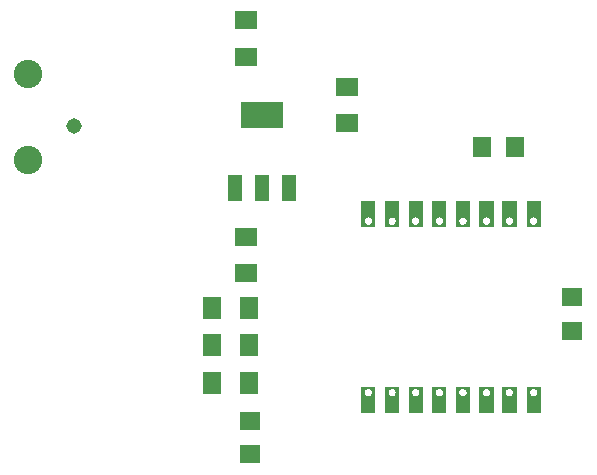
<source format=gtp>
G04 MADE WITH FRITZING*
G04 WWW.FRITZING.ORG*
G04 DOUBLE SIDED*
G04 HOLES PLATED*
G04 CONTOUR ON CENTER OF CONTOUR VECTOR*
%ASAXBY*%
%FSLAX23Y23*%
%MOIN*%
%OFA0B0*%
%SFA1.0B1.0*%
%ADD10C,0.051496*%
%ADD11C,0.094803*%
%ADD12R,0.062992X0.070866*%
%ADD13R,0.070866X0.062992*%
%ADD14R,0.062992X0.074803*%
%ADD15R,0.074803X0.062992*%
%ADD16R,0.048000X0.088000*%
%ADD17R,0.141732X0.086614*%
%ADD18R,0.001000X0.001000*%
%LNPASTEMASK1*%
G90*
G70*
G54D10*
X204Y1208D03*
G54D11*
X51Y1096D03*
X51Y1384D03*
G54D10*
X204Y1208D03*
G54D11*
X51Y1096D03*
X51Y1384D03*
G54D12*
X1564Y1140D03*
X1674Y1140D03*
G54D13*
X1864Y527D03*
X1864Y638D03*
X789Y115D03*
X789Y225D03*
G54D14*
X664Y352D03*
X786Y352D03*
G54D15*
X776Y1440D03*
X776Y1562D03*
X1114Y1340D03*
X1114Y1218D03*
X776Y840D03*
X776Y718D03*
G54D14*
X664Y602D03*
X786Y602D03*
X664Y478D03*
X786Y478D03*
G54D16*
X739Y1002D03*
X830Y1002D03*
X921Y1002D03*
G54D17*
X830Y1246D03*
G54D18*
X1161Y960D02*
X1207Y960D01*
X1240Y960D02*
X1286Y960D01*
X1319Y960D02*
X1365Y960D01*
X1398Y960D02*
X1443Y960D01*
X1476Y960D02*
X1522Y960D01*
X1555Y960D02*
X1601Y960D01*
X1632Y960D02*
X1677Y960D01*
X1713Y960D02*
X1758Y960D01*
X1161Y959D02*
X1207Y959D01*
X1240Y959D02*
X1286Y959D01*
X1319Y959D02*
X1365Y959D01*
X1397Y959D02*
X1444Y959D01*
X1476Y959D02*
X1522Y959D01*
X1555Y959D02*
X1601Y959D01*
X1631Y959D02*
X1678Y959D01*
X1712Y959D02*
X1759Y959D01*
X1161Y958D02*
X1207Y958D01*
X1240Y958D02*
X1286Y958D01*
X1319Y958D02*
X1365Y958D01*
X1397Y958D02*
X1444Y958D01*
X1476Y958D02*
X1522Y958D01*
X1555Y958D02*
X1601Y958D01*
X1631Y958D02*
X1678Y958D01*
X1712Y958D02*
X1759Y958D01*
X1161Y957D02*
X1207Y957D01*
X1240Y957D02*
X1286Y957D01*
X1319Y957D02*
X1365Y957D01*
X1397Y957D02*
X1444Y957D01*
X1476Y957D02*
X1522Y957D01*
X1555Y957D02*
X1601Y957D01*
X1631Y957D02*
X1678Y957D01*
X1712Y957D02*
X1759Y957D01*
X1161Y956D02*
X1207Y956D01*
X1240Y956D02*
X1286Y956D01*
X1319Y956D02*
X1365Y956D01*
X1397Y956D02*
X1444Y956D01*
X1476Y956D02*
X1522Y956D01*
X1555Y956D02*
X1601Y956D01*
X1631Y956D02*
X1678Y956D01*
X1712Y956D02*
X1759Y956D01*
X1161Y955D02*
X1207Y955D01*
X1240Y955D02*
X1286Y955D01*
X1319Y955D02*
X1365Y955D01*
X1397Y955D02*
X1444Y955D01*
X1476Y955D02*
X1522Y955D01*
X1555Y955D02*
X1601Y955D01*
X1631Y955D02*
X1678Y955D01*
X1712Y955D02*
X1759Y955D01*
X1161Y954D02*
X1207Y954D01*
X1240Y954D02*
X1286Y954D01*
X1319Y954D02*
X1365Y954D01*
X1397Y954D02*
X1444Y954D01*
X1476Y954D02*
X1522Y954D01*
X1555Y954D02*
X1601Y954D01*
X1631Y954D02*
X1678Y954D01*
X1712Y954D02*
X1759Y954D01*
X1161Y953D02*
X1207Y953D01*
X1240Y953D02*
X1286Y953D01*
X1319Y953D02*
X1365Y953D01*
X1397Y953D02*
X1444Y953D01*
X1476Y953D02*
X1522Y953D01*
X1555Y953D02*
X1601Y953D01*
X1631Y953D02*
X1678Y953D01*
X1712Y953D02*
X1759Y953D01*
X1161Y952D02*
X1207Y952D01*
X1240Y952D02*
X1286Y952D01*
X1319Y952D02*
X1365Y952D01*
X1397Y952D02*
X1444Y952D01*
X1476Y952D02*
X1522Y952D01*
X1555Y952D02*
X1601Y952D01*
X1631Y952D02*
X1678Y952D01*
X1712Y952D02*
X1759Y952D01*
X1161Y951D02*
X1207Y951D01*
X1240Y951D02*
X1286Y951D01*
X1319Y951D02*
X1365Y951D01*
X1397Y951D02*
X1444Y951D01*
X1476Y951D02*
X1522Y951D01*
X1555Y951D02*
X1601Y951D01*
X1631Y951D02*
X1678Y951D01*
X1712Y951D02*
X1759Y951D01*
X1161Y950D02*
X1207Y950D01*
X1240Y950D02*
X1286Y950D01*
X1319Y950D02*
X1365Y950D01*
X1397Y950D02*
X1444Y950D01*
X1476Y950D02*
X1522Y950D01*
X1555Y950D02*
X1601Y950D01*
X1631Y950D02*
X1678Y950D01*
X1712Y950D02*
X1759Y950D01*
X1161Y949D02*
X1207Y949D01*
X1240Y949D02*
X1286Y949D01*
X1319Y949D02*
X1365Y949D01*
X1397Y949D02*
X1444Y949D01*
X1476Y949D02*
X1522Y949D01*
X1555Y949D02*
X1601Y949D01*
X1631Y949D02*
X1678Y949D01*
X1712Y949D02*
X1759Y949D01*
X1161Y948D02*
X1207Y948D01*
X1240Y948D02*
X1286Y948D01*
X1319Y948D02*
X1365Y948D01*
X1397Y948D02*
X1444Y948D01*
X1476Y948D02*
X1522Y948D01*
X1555Y948D02*
X1601Y948D01*
X1631Y948D02*
X1678Y948D01*
X1712Y948D02*
X1759Y948D01*
X1161Y947D02*
X1207Y947D01*
X1240Y947D02*
X1286Y947D01*
X1319Y947D02*
X1365Y947D01*
X1397Y947D02*
X1444Y947D01*
X1476Y947D02*
X1522Y947D01*
X1555Y947D02*
X1601Y947D01*
X1631Y947D02*
X1678Y947D01*
X1712Y947D02*
X1759Y947D01*
X1161Y946D02*
X1207Y946D01*
X1240Y946D02*
X1286Y946D01*
X1319Y946D02*
X1365Y946D01*
X1397Y946D02*
X1444Y946D01*
X1476Y946D02*
X1522Y946D01*
X1555Y946D02*
X1601Y946D01*
X1631Y946D02*
X1678Y946D01*
X1712Y946D02*
X1759Y946D01*
X1161Y945D02*
X1207Y945D01*
X1240Y945D02*
X1286Y945D01*
X1319Y945D02*
X1365Y945D01*
X1397Y945D02*
X1444Y945D01*
X1476Y945D02*
X1522Y945D01*
X1555Y945D02*
X1601Y945D01*
X1631Y945D02*
X1678Y945D01*
X1712Y945D02*
X1759Y945D01*
X1161Y944D02*
X1207Y944D01*
X1240Y944D02*
X1286Y944D01*
X1319Y944D02*
X1365Y944D01*
X1397Y944D02*
X1444Y944D01*
X1476Y944D02*
X1522Y944D01*
X1555Y944D02*
X1601Y944D01*
X1631Y944D02*
X1678Y944D01*
X1712Y944D02*
X1759Y944D01*
X1161Y943D02*
X1207Y943D01*
X1240Y943D02*
X1286Y943D01*
X1319Y943D02*
X1365Y943D01*
X1397Y943D02*
X1444Y943D01*
X1476Y943D02*
X1522Y943D01*
X1555Y943D02*
X1601Y943D01*
X1631Y943D02*
X1678Y943D01*
X1712Y943D02*
X1759Y943D01*
X1161Y942D02*
X1207Y942D01*
X1240Y942D02*
X1286Y942D01*
X1319Y942D02*
X1365Y942D01*
X1397Y942D02*
X1444Y942D01*
X1476Y942D02*
X1522Y942D01*
X1555Y942D02*
X1601Y942D01*
X1631Y942D02*
X1678Y942D01*
X1712Y942D02*
X1759Y942D01*
X1161Y941D02*
X1207Y941D01*
X1240Y941D02*
X1286Y941D01*
X1319Y941D02*
X1365Y941D01*
X1397Y941D02*
X1444Y941D01*
X1476Y941D02*
X1522Y941D01*
X1555Y941D02*
X1601Y941D01*
X1631Y941D02*
X1678Y941D01*
X1712Y941D02*
X1759Y941D01*
X1161Y940D02*
X1207Y940D01*
X1240Y940D02*
X1286Y940D01*
X1319Y940D02*
X1365Y940D01*
X1397Y940D02*
X1444Y940D01*
X1476Y940D02*
X1522Y940D01*
X1555Y940D02*
X1601Y940D01*
X1631Y940D02*
X1678Y940D01*
X1712Y940D02*
X1759Y940D01*
X1161Y939D02*
X1207Y939D01*
X1240Y939D02*
X1286Y939D01*
X1319Y939D02*
X1365Y939D01*
X1397Y939D02*
X1444Y939D01*
X1476Y939D02*
X1522Y939D01*
X1555Y939D02*
X1601Y939D01*
X1631Y939D02*
X1678Y939D01*
X1712Y939D02*
X1759Y939D01*
X1161Y938D02*
X1207Y938D01*
X1240Y938D02*
X1286Y938D01*
X1319Y938D02*
X1365Y938D01*
X1397Y938D02*
X1444Y938D01*
X1476Y938D02*
X1522Y938D01*
X1555Y938D02*
X1601Y938D01*
X1631Y938D02*
X1678Y938D01*
X1712Y938D02*
X1759Y938D01*
X1161Y937D02*
X1207Y937D01*
X1240Y937D02*
X1286Y937D01*
X1319Y937D02*
X1365Y937D01*
X1397Y937D02*
X1444Y937D01*
X1476Y937D02*
X1522Y937D01*
X1555Y937D02*
X1601Y937D01*
X1631Y937D02*
X1678Y937D01*
X1712Y937D02*
X1759Y937D01*
X1161Y936D02*
X1207Y936D01*
X1240Y936D02*
X1286Y936D01*
X1319Y936D02*
X1365Y936D01*
X1397Y936D02*
X1444Y936D01*
X1476Y936D02*
X1522Y936D01*
X1555Y936D02*
X1601Y936D01*
X1631Y936D02*
X1678Y936D01*
X1712Y936D02*
X1759Y936D01*
X1161Y935D02*
X1207Y935D01*
X1240Y935D02*
X1286Y935D01*
X1319Y935D02*
X1365Y935D01*
X1397Y935D02*
X1444Y935D01*
X1476Y935D02*
X1522Y935D01*
X1555Y935D02*
X1601Y935D01*
X1631Y935D02*
X1678Y935D01*
X1712Y935D02*
X1759Y935D01*
X1161Y934D02*
X1207Y934D01*
X1240Y934D02*
X1286Y934D01*
X1319Y934D02*
X1365Y934D01*
X1397Y934D02*
X1444Y934D01*
X1476Y934D02*
X1522Y934D01*
X1555Y934D02*
X1601Y934D01*
X1631Y934D02*
X1678Y934D01*
X1712Y934D02*
X1759Y934D01*
X1161Y933D02*
X1207Y933D01*
X1240Y933D02*
X1286Y933D01*
X1319Y933D02*
X1365Y933D01*
X1397Y933D02*
X1444Y933D01*
X1476Y933D02*
X1522Y933D01*
X1555Y933D02*
X1601Y933D01*
X1631Y933D02*
X1678Y933D01*
X1712Y933D02*
X1759Y933D01*
X1161Y932D02*
X1207Y932D01*
X1240Y932D02*
X1286Y932D01*
X1319Y932D02*
X1365Y932D01*
X1397Y932D02*
X1444Y932D01*
X1476Y932D02*
X1522Y932D01*
X1555Y932D02*
X1601Y932D01*
X1631Y932D02*
X1678Y932D01*
X1712Y932D02*
X1759Y932D01*
X1161Y931D02*
X1207Y931D01*
X1240Y931D02*
X1286Y931D01*
X1319Y931D02*
X1365Y931D01*
X1397Y931D02*
X1444Y931D01*
X1476Y931D02*
X1522Y931D01*
X1555Y931D02*
X1601Y931D01*
X1631Y931D02*
X1678Y931D01*
X1712Y931D02*
X1759Y931D01*
X1161Y930D02*
X1207Y930D01*
X1240Y930D02*
X1286Y930D01*
X1319Y930D02*
X1365Y930D01*
X1397Y930D02*
X1444Y930D01*
X1476Y930D02*
X1522Y930D01*
X1555Y930D02*
X1601Y930D01*
X1631Y930D02*
X1678Y930D01*
X1712Y930D02*
X1759Y930D01*
X1161Y929D02*
X1207Y929D01*
X1240Y929D02*
X1286Y929D01*
X1319Y929D02*
X1365Y929D01*
X1397Y929D02*
X1444Y929D01*
X1476Y929D02*
X1522Y929D01*
X1555Y929D02*
X1601Y929D01*
X1631Y929D02*
X1678Y929D01*
X1712Y929D02*
X1759Y929D01*
X1161Y928D02*
X1207Y928D01*
X1240Y928D02*
X1286Y928D01*
X1319Y928D02*
X1365Y928D01*
X1397Y928D02*
X1444Y928D01*
X1476Y928D02*
X1522Y928D01*
X1555Y928D02*
X1601Y928D01*
X1631Y928D02*
X1678Y928D01*
X1712Y928D02*
X1759Y928D01*
X1161Y927D02*
X1207Y927D01*
X1240Y927D02*
X1286Y927D01*
X1319Y927D02*
X1365Y927D01*
X1397Y927D02*
X1444Y927D01*
X1476Y927D02*
X1522Y927D01*
X1555Y927D02*
X1601Y927D01*
X1631Y927D02*
X1678Y927D01*
X1712Y927D02*
X1759Y927D01*
X1161Y926D02*
X1207Y926D01*
X1240Y926D02*
X1286Y926D01*
X1319Y926D02*
X1365Y926D01*
X1397Y926D02*
X1444Y926D01*
X1476Y926D02*
X1522Y926D01*
X1555Y926D02*
X1601Y926D01*
X1631Y926D02*
X1678Y926D01*
X1712Y926D02*
X1759Y926D01*
X1161Y925D02*
X1207Y925D01*
X1240Y925D02*
X1286Y925D01*
X1319Y925D02*
X1365Y925D01*
X1397Y925D02*
X1444Y925D01*
X1476Y925D02*
X1522Y925D01*
X1555Y925D02*
X1601Y925D01*
X1631Y925D02*
X1678Y925D01*
X1712Y925D02*
X1759Y925D01*
X1161Y924D02*
X1207Y924D01*
X1240Y924D02*
X1286Y924D01*
X1319Y924D02*
X1365Y924D01*
X1397Y924D02*
X1444Y924D01*
X1476Y924D02*
X1522Y924D01*
X1555Y924D02*
X1601Y924D01*
X1631Y924D02*
X1678Y924D01*
X1712Y924D02*
X1759Y924D01*
X1161Y923D02*
X1207Y923D01*
X1240Y923D02*
X1286Y923D01*
X1319Y923D02*
X1365Y923D01*
X1397Y923D02*
X1444Y923D01*
X1476Y923D02*
X1522Y923D01*
X1555Y923D02*
X1601Y923D01*
X1631Y923D02*
X1678Y923D01*
X1712Y923D02*
X1759Y923D01*
X1161Y922D02*
X1207Y922D01*
X1240Y922D02*
X1286Y922D01*
X1319Y922D02*
X1365Y922D01*
X1397Y922D02*
X1444Y922D01*
X1476Y922D02*
X1522Y922D01*
X1555Y922D02*
X1601Y922D01*
X1631Y922D02*
X1678Y922D01*
X1712Y922D02*
X1759Y922D01*
X1161Y921D02*
X1207Y921D01*
X1240Y921D02*
X1286Y921D01*
X1319Y921D02*
X1365Y921D01*
X1397Y921D02*
X1444Y921D01*
X1476Y921D02*
X1522Y921D01*
X1555Y921D02*
X1601Y921D01*
X1631Y921D02*
X1678Y921D01*
X1712Y921D02*
X1759Y921D01*
X1161Y920D02*
X1207Y920D01*
X1240Y920D02*
X1286Y920D01*
X1319Y920D02*
X1365Y920D01*
X1397Y920D02*
X1444Y920D01*
X1476Y920D02*
X1522Y920D01*
X1555Y920D02*
X1601Y920D01*
X1631Y920D02*
X1678Y920D01*
X1712Y920D02*
X1759Y920D01*
X1161Y919D02*
X1207Y919D01*
X1240Y919D02*
X1286Y919D01*
X1319Y919D02*
X1365Y919D01*
X1397Y919D02*
X1444Y919D01*
X1476Y919D02*
X1522Y919D01*
X1555Y919D02*
X1601Y919D01*
X1631Y919D02*
X1678Y919D01*
X1712Y919D02*
X1759Y919D01*
X1161Y918D02*
X1207Y918D01*
X1240Y918D02*
X1286Y918D01*
X1319Y918D02*
X1365Y918D01*
X1397Y918D02*
X1444Y918D01*
X1476Y918D02*
X1522Y918D01*
X1555Y918D02*
X1601Y918D01*
X1631Y918D02*
X1678Y918D01*
X1712Y918D02*
X1759Y918D01*
X1161Y917D02*
X1207Y917D01*
X1240Y917D02*
X1286Y917D01*
X1319Y917D02*
X1365Y917D01*
X1397Y917D02*
X1444Y917D01*
X1476Y917D02*
X1522Y917D01*
X1555Y917D02*
X1601Y917D01*
X1631Y917D02*
X1678Y917D01*
X1712Y917D02*
X1759Y917D01*
X1161Y916D02*
X1207Y916D01*
X1240Y916D02*
X1286Y916D01*
X1319Y916D02*
X1365Y916D01*
X1397Y916D02*
X1444Y916D01*
X1476Y916D02*
X1522Y916D01*
X1555Y916D02*
X1601Y916D01*
X1631Y916D02*
X1678Y916D01*
X1712Y916D02*
X1759Y916D01*
X1161Y915D02*
X1207Y915D01*
X1240Y915D02*
X1286Y915D01*
X1319Y915D02*
X1365Y915D01*
X1397Y915D02*
X1444Y915D01*
X1476Y915D02*
X1522Y915D01*
X1555Y915D02*
X1601Y915D01*
X1631Y915D02*
X1678Y915D01*
X1712Y915D02*
X1759Y915D01*
X1161Y914D02*
X1207Y914D01*
X1240Y914D02*
X1286Y914D01*
X1319Y914D02*
X1365Y914D01*
X1397Y914D02*
X1444Y914D01*
X1476Y914D02*
X1522Y914D01*
X1555Y914D02*
X1601Y914D01*
X1631Y914D02*
X1678Y914D01*
X1712Y914D02*
X1759Y914D01*
X1161Y913D02*
X1207Y913D01*
X1240Y913D02*
X1286Y913D01*
X1319Y913D02*
X1365Y913D01*
X1397Y913D02*
X1444Y913D01*
X1476Y913D02*
X1522Y913D01*
X1555Y913D02*
X1601Y913D01*
X1631Y913D02*
X1678Y913D01*
X1712Y913D02*
X1759Y913D01*
X1161Y912D02*
X1207Y912D01*
X1240Y912D02*
X1286Y912D01*
X1319Y912D02*
X1365Y912D01*
X1397Y912D02*
X1444Y912D01*
X1476Y912D02*
X1522Y912D01*
X1555Y912D02*
X1601Y912D01*
X1631Y912D02*
X1678Y912D01*
X1712Y912D02*
X1759Y912D01*
X1161Y911D02*
X1207Y911D01*
X1240Y911D02*
X1286Y911D01*
X1319Y911D02*
X1365Y911D01*
X1397Y911D02*
X1444Y911D01*
X1476Y911D02*
X1522Y911D01*
X1555Y911D02*
X1601Y911D01*
X1631Y911D02*
X1678Y911D01*
X1712Y911D02*
X1759Y911D01*
X1161Y910D02*
X1207Y910D01*
X1240Y910D02*
X1286Y910D01*
X1319Y910D02*
X1365Y910D01*
X1397Y910D02*
X1444Y910D01*
X1476Y910D02*
X1522Y910D01*
X1555Y910D02*
X1601Y910D01*
X1631Y910D02*
X1678Y910D01*
X1712Y910D02*
X1759Y910D01*
X1161Y909D02*
X1207Y909D01*
X1240Y909D02*
X1286Y909D01*
X1319Y909D02*
X1365Y909D01*
X1397Y909D02*
X1444Y909D01*
X1476Y909D02*
X1522Y909D01*
X1555Y909D02*
X1601Y909D01*
X1631Y909D02*
X1678Y909D01*
X1712Y909D02*
X1759Y909D01*
X1161Y908D02*
X1207Y908D01*
X1240Y908D02*
X1286Y908D01*
X1319Y908D02*
X1365Y908D01*
X1397Y908D02*
X1444Y908D01*
X1476Y908D02*
X1522Y908D01*
X1555Y908D02*
X1601Y908D01*
X1631Y908D02*
X1678Y908D01*
X1712Y908D02*
X1759Y908D01*
X1161Y907D02*
X1207Y907D01*
X1240Y907D02*
X1286Y907D01*
X1319Y907D02*
X1365Y907D01*
X1397Y907D02*
X1444Y907D01*
X1476Y907D02*
X1522Y907D01*
X1555Y907D02*
X1601Y907D01*
X1631Y907D02*
X1678Y907D01*
X1712Y907D02*
X1759Y907D01*
X1161Y906D02*
X1207Y906D01*
X1240Y906D02*
X1286Y906D01*
X1319Y906D02*
X1365Y906D01*
X1397Y906D02*
X1444Y906D01*
X1476Y906D02*
X1522Y906D01*
X1555Y906D02*
X1601Y906D01*
X1631Y906D02*
X1678Y906D01*
X1712Y906D02*
X1759Y906D01*
X1161Y905D02*
X1207Y905D01*
X1240Y905D02*
X1286Y905D01*
X1319Y905D02*
X1365Y905D01*
X1397Y905D02*
X1444Y905D01*
X1476Y905D02*
X1522Y905D01*
X1555Y905D02*
X1601Y905D01*
X1631Y905D02*
X1678Y905D01*
X1712Y905D02*
X1759Y905D01*
X1161Y904D02*
X1183Y904D01*
X1186Y904D02*
X1207Y904D01*
X1240Y904D02*
X1262Y904D01*
X1265Y904D02*
X1286Y904D01*
X1319Y904D02*
X1340Y904D01*
X1343Y904D02*
X1365Y904D01*
X1397Y904D02*
X1419Y904D01*
X1422Y904D02*
X1444Y904D01*
X1476Y904D02*
X1498Y904D01*
X1501Y904D02*
X1522Y904D01*
X1555Y904D02*
X1576Y904D01*
X1580Y904D02*
X1601Y904D01*
X1631Y904D02*
X1653Y904D01*
X1656Y904D02*
X1678Y904D01*
X1712Y904D02*
X1734Y904D01*
X1737Y904D02*
X1759Y904D01*
X1161Y903D02*
X1179Y903D01*
X1190Y903D02*
X1207Y903D01*
X1240Y903D02*
X1258Y903D01*
X1269Y903D02*
X1286Y903D01*
X1319Y903D02*
X1336Y903D01*
X1347Y903D02*
X1365Y903D01*
X1397Y903D02*
X1415Y903D01*
X1426Y903D02*
X1444Y903D01*
X1476Y903D02*
X1494Y903D01*
X1505Y903D02*
X1522Y903D01*
X1555Y903D02*
X1572Y903D01*
X1583Y903D02*
X1601Y903D01*
X1631Y903D02*
X1649Y903D01*
X1660Y903D02*
X1678Y903D01*
X1712Y903D02*
X1730Y903D01*
X1741Y903D02*
X1759Y903D01*
X1161Y902D02*
X1177Y902D01*
X1192Y902D02*
X1207Y902D01*
X1240Y902D02*
X1256Y902D01*
X1270Y902D02*
X1286Y902D01*
X1319Y902D02*
X1335Y902D01*
X1349Y902D02*
X1365Y902D01*
X1397Y902D02*
X1413Y902D01*
X1428Y902D02*
X1444Y902D01*
X1476Y902D02*
X1492Y902D01*
X1507Y902D02*
X1522Y902D01*
X1555Y902D02*
X1571Y902D01*
X1585Y902D02*
X1601Y902D01*
X1631Y902D02*
X1647Y902D01*
X1662Y902D02*
X1678Y902D01*
X1712Y902D02*
X1728Y902D01*
X1743Y902D02*
X1759Y902D01*
X1161Y901D02*
X1176Y901D01*
X1193Y901D02*
X1207Y901D01*
X1240Y901D02*
X1255Y901D01*
X1272Y901D02*
X1286Y901D01*
X1319Y901D02*
X1333Y901D01*
X1350Y901D02*
X1365Y901D01*
X1397Y901D02*
X1412Y901D01*
X1429Y901D02*
X1444Y901D01*
X1476Y901D02*
X1491Y901D01*
X1508Y901D02*
X1522Y901D01*
X1555Y901D02*
X1569Y901D01*
X1587Y901D02*
X1601Y901D01*
X1631Y901D02*
X1646Y901D01*
X1663Y901D02*
X1678Y901D01*
X1712Y901D02*
X1727Y901D01*
X1744Y901D02*
X1759Y901D01*
X1161Y900D02*
X1175Y900D01*
X1194Y900D02*
X1207Y900D01*
X1240Y900D02*
X1254Y900D01*
X1273Y900D02*
X1286Y900D01*
X1319Y900D02*
X1332Y900D01*
X1351Y900D02*
X1365Y900D01*
X1397Y900D02*
X1411Y900D01*
X1430Y900D02*
X1444Y900D01*
X1476Y900D02*
X1490Y900D01*
X1509Y900D02*
X1522Y900D01*
X1555Y900D02*
X1568Y900D01*
X1588Y900D02*
X1601Y900D01*
X1631Y900D02*
X1645Y900D01*
X1664Y900D02*
X1678Y900D01*
X1712Y900D02*
X1726Y900D01*
X1745Y900D02*
X1759Y900D01*
X1161Y899D02*
X1174Y899D01*
X1195Y899D02*
X1207Y899D01*
X1240Y899D02*
X1253Y899D01*
X1273Y899D02*
X1286Y899D01*
X1319Y899D02*
X1331Y899D01*
X1352Y899D02*
X1365Y899D01*
X1397Y899D02*
X1410Y899D01*
X1431Y899D02*
X1444Y899D01*
X1476Y899D02*
X1489Y899D01*
X1510Y899D02*
X1522Y899D01*
X1555Y899D02*
X1568Y899D01*
X1588Y899D02*
X1601Y899D01*
X1631Y899D02*
X1644Y899D01*
X1665Y899D02*
X1678Y899D01*
X1712Y899D02*
X1725Y899D01*
X1746Y899D02*
X1759Y899D01*
X1161Y898D02*
X1173Y898D01*
X1195Y898D02*
X1207Y898D01*
X1240Y898D02*
X1252Y898D01*
X1274Y898D02*
X1286Y898D01*
X1319Y898D02*
X1331Y898D01*
X1353Y898D02*
X1365Y898D01*
X1397Y898D02*
X1409Y898D01*
X1431Y898D02*
X1444Y898D01*
X1476Y898D02*
X1488Y898D01*
X1510Y898D02*
X1522Y898D01*
X1555Y898D02*
X1567Y898D01*
X1589Y898D02*
X1601Y898D01*
X1631Y898D02*
X1643Y898D01*
X1665Y898D02*
X1678Y898D01*
X1712Y898D02*
X1724Y898D01*
X1746Y898D02*
X1759Y898D01*
X1161Y897D02*
X1173Y897D01*
X1196Y897D02*
X1207Y897D01*
X1240Y897D02*
X1252Y897D01*
X1275Y897D02*
X1286Y897D01*
X1319Y897D02*
X1330Y897D01*
X1353Y897D02*
X1365Y897D01*
X1397Y897D02*
X1409Y897D01*
X1432Y897D02*
X1444Y897D01*
X1476Y897D02*
X1488Y897D01*
X1511Y897D02*
X1522Y897D01*
X1555Y897D02*
X1566Y897D01*
X1590Y897D02*
X1601Y897D01*
X1631Y897D02*
X1643Y897D01*
X1666Y897D02*
X1678Y897D01*
X1712Y897D02*
X1724Y897D01*
X1747Y897D02*
X1759Y897D01*
X1161Y896D02*
X1172Y896D01*
X1196Y896D02*
X1207Y896D01*
X1240Y896D02*
X1251Y896D01*
X1275Y896D02*
X1286Y896D01*
X1319Y896D02*
X1330Y896D01*
X1354Y896D02*
X1365Y896D01*
X1397Y896D02*
X1409Y896D01*
X1432Y896D02*
X1444Y896D01*
X1476Y896D02*
X1487Y896D01*
X1511Y896D02*
X1522Y896D01*
X1555Y896D02*
X1566Y896D01*
X1590Y896D02*
X1601Y896D01*
X1631Y896D02*
X1643Y896D01*
X1666Y896D02*
X1678Y896D01*
X1712Y896D02*
X1723Y896D01*
X1747Y896D02*
X1759Y896D01*
X1161Y895D02*
X1172Y895D01*
X1197Y895D02*
X1207Y895D01*
X1240Y895D02*
X1251Y895D01*
X1275Y895D02*
X1286Y895D01*
X1319Y895D02*
X1330Y895D01*
X1354Y895D02*
X1365Y895D01*
X1397Y895D02*
X1408Y895D01*
X1433Y895D02*
X1444Y895D01*
X1476Y895D02*
X1487Y895D01*
X1511Y895D02*
X1522Y895D01*
X1555Y895D02*
X1566Y895D01*
X1590Y895D02*
X1601Y895D01*
X1631Y895D02*
X1642Y895D01*
X1667Y895D02*
X1678Y895D01*
X1712Y895D02*
X1723Y895D01*
X1748Y895D02*
X1759Y895D01*
X1161Y894D02*
X1172Y894D01*
X1197Y894D02*
X1207Y894D01*
X1240Y894D02*
X1251Y894D01*
X1276Y894D02*
X1286Y894D01*
X1319Y894D02*
X1329Y894D01*
X1354Y894D02*
X1365Y894D01*
X1397Y894D02*
X1408Y894D01*
X1433Y894D02*
X1444Y894D01*
X1476Y894D02*
X1487Y894D01*
X1512Y894D02*
X1522Y894D01*
X1555Y894D02*
X1566Y894D01*
X1590Y894D02*
X1601Y894D01*
X1631Y894D02*
X1642Y894D01*
X1667Y894D02*
X1678Y894D01*
X1712Y894D02*
X1723Y894D01*
X1748Y894D02*
X1759Y894D01*
X1161Y893D02*
X1172Y893D01*
X1197Y893D02*
X1207Y893D01*
X1240Y893D02*
X1251Y893D01*
X1276Y893D02*
X1286Y893D01*
X1319Y893D02*
X1329Y893D01*
X1354Y893D02*
X1365Y893D01*
X1397Y893D02*
X1408Y893D01*
X1433Y893D02*
X1444Y893D01*
X1476Y893D02*
X1487Y893D01*
X1512Y893D02*
X1522Y893D01*
X1555Y893D02*
X1565Y893D01*
X1591Y893D02*
X1601Y893D01*
X1631Y893D02*
X1642Y893D01*
X1667Y893D02*
X1678Y893D01*
X1712Y893D02*
X1723Y893D01*
X1748Y893D02*
X1759Y893D01*
X1161Y892D02*
X1172Y892D01*
X1197Y892D02*
X1207Y892D01*
X1240Y892D02*
X1250Y892D01*
X1276Y892D02*
X1286Y892D01*
X1319Y892D02*
X1329Y892D01*
X1354Y892D02*
X1365Y892D01*
X1397Y892D02*
X1408Y892D01*
X1433Y892D02*
X1444Y892D01*
X1476Y892D02*
X1487Y892D01*
X1512Y892D02*
X1522Y892D01*
X1555Y892D02*
X1565Y892D01*
X1591Y892D02*
X1601Y892D01*
X1631Y892D02*
X1642Y892D01*
X1667Y892D02*
X1678Y892D01*
X1712Y892D02*
X1723Y892D01*
X1748Y892D02*
X1759Y892D01*
X1161Y891D02*
X1172Y891D01*
X1197Y891D02*
X1207Y891D01*
X1240Y891D02*
X1251Y891D01*
X1276Y891D02*
X1286Y891D01*
X1319Y891D02*
X1329Y891D01*
X1354Y891D02*
X1365Y891D01*
X1397Y891D02*
X1408Y891D01*
X1433Y891D02*
X1444Y891D01*
X1476Y891D02*
X1487Y891D01*
X1512Y891D02*
X1522Y891D01*
X1555Y891D02*
X1565Y891D01*
X1591Y891D02*
X1601Y891D01*
X1631Y891D02*
X1642Y891D01*
X1667Y891D02*
X1678Y891D01*
X1712Y891D02*
X1723Y891D01*
X1748Y891D02*
X1759Y891D01*
X1161Y890D02*
X1172Y890D01*
X1197Y890D02*
X1207Y890D01*
X1240Y890D02*
X1251Y890D01*
X1276Y890D02*
X1286Y890D01*
X1319Y890D02*
X1329Y890D01*
X1354Y890D02*
X1365Y890D01*
X1397Y890D02*
X1408Y890D01*
X1433Y890D02*
X1444Y890D01*
X1476Y890D02*
X1487Y890D01*
X1512Y890D02*
X1522Y890D01*
X1555Y890D02*
X1566Y890D01*
X1590Y890D02*
X1601Y890D01*
X1631Y890D02*
X1642Y890D01*
X1667Y890D02*
X1678Y890D01*
X1712Y890D02*
X1723Y890D01*
X1748Y890D02*
X1759Y890D01*
X1161Y889D02*
X1172Y889D01*
X1197Y889D02*
X1207Y889D01*
X1240Y889D02*
X1251Y889D01*
X1275Y889D02*
X1286Y889D01*
X1319Y889D02*
X1330Y889D01*
X1354Y889D02*
X1365Y889D01*
X1397Y889D02*
X1408Y889D01*
X1433Y889D02*
X1444Y889D01*
X1476Y889D02*
X1487Y889D01*
X1511Y889D02*
X1522Y889D01*
X1555Y889D02*
X1566Y889D01*
X1590Y889D02*
X1601Y889D01*
X1631Y889D02*
X1642Y889D01*
X1667Y889D02*
X1678Y889D01*
X1712Y889D02*
X1723Y889D01*
X1748Y889D02*
X1759Y889D01*
X1161Y888D02*
X1172Y888D01*
X1196Y888D02*
X1207Y888D01*
X1240Y888D02*
X1251Y888D01*
X1275Y888D02*
X1286Y888D01*
X1319Y888D02*
X1330Y888D01*
X1354Y888D02*
X1365Y888D01*
X1397Y888D02*
X1409Y888D01*
X1432Y888D02*
X1444Y888D01*
X1476Y888D02*
X1487Y888D01*
X1511Y888D02*
X1522Y888D01*
X1555Y888D02*
X1566Y888D01*
X1590Y888D02*
X1601Y888D01*
X1631Y888D02*
X1643Y888D01*
X1666Y888D02*
X1678Y888D01*
X1712Y888D02*
X1723Y888D01*
X1747Y888D02*
X1759Y888D01*
X1161Y887D02*
X1173Y887D01*
X1196Y887D02*
X1207Y887D01*
X1240Y887D02*
X1252Y887D01*
X1275Y887D02*
X1286Y887D01*
X1319Y887D02*
X1330Y887D01*
X1353Y887D02*
X1365Y887D01*
X1397Y887D02*
X1409Y887D01*
X1432Y887D02*
X1444Y887D01*
X1476Y887D02*
X1488Y887D01*
X1511Y887D02*
X1522Y887D01*
X1555Y887D02*
X1566Y887D01*
X1590Y887D02*
X1601Y887D01*
X1631Y887D02*
X1643Y887D01*
X1666Y887D02*
X1678Y887D01*
X1712Y887D02*
X1724Y887D01*
X1747Y887D02*
X1759Y887D01*
X1161Y886D02*
X1173Y886D01*
X1195Y886D02*
X1207Y886D01*
X1240Y886D02*
X1252Y886D01*
X1274Y886D02*
X1286Y886D01*
X1319Y886D02*
X1331Y886D01*
X1353Y886D02*
X1365Y886D01*
X1397Y886D02*
X1409Y886D01*
X1431Y886D02*
X1444Y886D01*
X1476Y886D02*
X1488Y886D01*
X1510Y886D02*
X1522Y886D01*
X1555Y886D02*
X1567Y886D01*
X1589Y886D02*
X1601Y886D01*
X1631Y886D02*
X1643Y886D01*
X1665Y886D02*
X1678Y886D01*
X1712Y886D02*
X1724Y886D01*
X1746Y886D02*
X1759Y886D01*
X1161Y885D02*
X1174Y885D01*
X1195Y885D02*
X1207Y885D01*
X1240Y885D02*
X1253Y885D01*
X1273Y885D02*
X1286Y885D01*
X1319Y885D02*
X1331Y885D01*
X1352Y885D02*
X1365Y885D01*
X1397Y885D02*
X1410Y885D01*
X1431Y885D02*
X1444Y885D01*
X1476Y885D02*
X1489Y885D01*
X1510Y885D02*
X1522Y885D01*
X1555Y885D02*
X1568Y885D01*
X1588Y885D02*
X1601Y885D01*
X1631Y885D02*
X1644Y885D01*
X1665Y885D02*
X1678Y885D01*
X1712Y885D02*
X1725Y885D01*
X1746Y885D02*
X1759Y885D01*
X1161Y884D02*
X1175Y884D01*
X1194Y884D02*
X1207Y884D01*
X1240Y884D02*
X1253Y884D01*
X1273Y884D02*
X1286Y884D01*
X1319Y884D02*
X1332Y884D01*
X1351Y884D02*
X1365Y884D01*
X1397Y884D02*
X1411Y884D01*
X1430Y884D02*
X1444Y884D01*
X1476Y884D02*
X1490Y884D01*
X1509Y884D02*
X1522Y884D01*
X1555Y884D02*
X1568Y884D01*
X1588Y884D02*
X1601Y884D01*
X1631Y884D02*
X1645Y884D01*
X1664Y884D02*
X1678Y884D01*
X1712Y884D02*
X1726Y884D01*
X1745Y884D02*
X1759Y884D01*
X1161Y883D02*
X1176Y883D01*
X1193Y883D02*
X1207Y883D01*
X1240Y883D02*
X1254Y883D01*
X1272Y883D02*
X1286Y883D01*
X1319Y883D02*
X1333Y883D01*
X1350Y883D02*
X1365Y883D01*
X1397Y883D02*
X1412Y883D01*
X1429Y883D02*
X1444Y883D01*
X1476Y883D02*
X1491Y883D01*
X1508Y883D02*
X1522Y883D01*
X1555Y883D02*
X1569Y883D01*
X1587Y883D02*
X1601Y883D01*
X1631Y883D02*
X1646Y883D01*
X1663Y883D02*
X1678Y883D01*
X1712Y883D02*
X1727Y883D01*
X1744Y883D02*
X1759Y883D01*
X1161Y882D02*
X1177Y882D01*
X1192Y882D02*
X1207Y882D01*
X1240Y882D02*
X1256Y882D01*
X1270Y882D02*
X1286Y882D01*
X1319Y882D02*
X1334Y882D01*
X1349Y882D02*
X1365Y882D01*
X1397Y882D02*
X1413Y882D01*
X1428Y882D02*
X1444Y882D01*
X1476Y882D02*
X1492Y882D01*
X1507Y882D02*
X1522Y882D01*
X1555Y882D02*
X1571Y882D01*
X1585Y882D02*
X1601Y882D01*
X1631Y882D02*
X1647Y882D01*
X1662Y882D02*
X1678Y882D01*
X1712Y882D02*
X1728Y882D01*
X1743Y882D02*
X1759Y882D01*
X1161Y881D02*
X1179Y881D01*
X1190Y881D02*
X1207Y881D01*
X1240Y881D02*
X1257Y881D01*
X1269Y881D02*
X1286Y881D01*
X1319Y881D02*
X1336Y881D01*
X1347Y881D02*
X1365Y881D01*
X1397Y881D02*
X1415Y881D01*
X1426Y881D02*
X1444Y881D01*
X1476Y881D02*
X1494Y881D01*
X1505Y881D02*
X1522Y881D01*
X1555Y881D02*
X1572Y881D01*
X1584Y881D02*
X1601Y881D01*
X1631Y881D02*
X1649Y881D01*
X1660Y881D02*
X1678Y881D01*
X1712Y881D02*
X1730Y881D01*
X1741Y881D02*
X1759Y881D01*
X1161Y880D02*
X1182Y880D01*
X1186Y880D02*
X1207Y880D01*
X1240Y880D02*
X1261Y880D01*
X1265Y880D02*
X1286Y880D01*
X1319Y880D02*
X1340Y880D01*
X1344Y880D02*
X1365Y880D01*
X1397Y880D02*
X1418Y880D01*
X1423Y880D02*
X1444Y880D01*
X1476Y880D02*
X1497Y880D01*
X1501Y880D02*
X1522Y880D01*
X1555Y880D02*
X1576Y880D01*
X1580Y880D02*
X1601Y880D01*
X1631Y880D02*
X1652Y880D01*
X1657Y880D02*
X1678Y880D01*
X1712Y880D02*
X1733Y880D01*
X1738Y880D02*
X1759Y880D01*
X1161Y879D02*
X1207Y879D01*
X1240Y879D02*
X1286Y879D01*
X1319Y879D02*
X1365Y879D01*
X1397Y879D02*
X1444Y879D01*
X1476Y879D02*
X1522Y879D01*
X1555Y879D02*
X1601Y879D01*
X1631Y879D02*
X1678Y879D01*
X1712Y879D02*
X1759Y879D01*
X1161Y878D02*
X1207Y878D01*
X1240Y878D02*
X1286Y878D01*
X1319Y878D02*
X1365Y878D01*
X1397Y878D02*
X1444Y878D01*
X1476Y878D02*
X1522Y878D01*
X1555Y878D02*
X1601Y878D01*
X1631Y878D02*
X1678Y878D01*
X1712Y878D02*
X1759Y878D01*
X1161Y877D02*
X1207Y877D01*
X1240Y877D02*
X1286Y877D01*
X1319Y877D02*
X1365Y877D01*
X1397Y877D02*
X1444Y877D01*
X1476Y877D02*
X1522Y877D01*
X1555Y877D02*
X1601Y877D01*
X1631Y877D02*
X1678Y877D01*
X1712Y877D02*
X1759Y877D01*
X1161Y876D02*
X1207Y876D01*
X1240Y876D02*
X1286Y876D01*
X1319Y876D02*
X1365Y876D01*
X1397Y876D02*
X1444Y876D01*
X1476Y876D02*
X1522Y876D01*
X1555Y876D02*
X1601Y876D01*
X1631Y876D02*
X1678Y876D01*
X1712Y876D02*
X1759Y876D01*
X1161Y875D02*
X1207Y875D01*
X1240Y875D02*
X1286Y875D01*
X1319Y875D02*
X1365Y875D01*
X1397Y875D02*
X1444Y875D01*
X1476Y875D02*
X1522Y875D01*
X1555Y875D02*
X1601Y875D01*
X1631Y875D02*
X1678Y875D01*
X1712Y875D02*
X1759Y875D01*
X1161Y874D02*
X1207Y874D01*
X1240Y874D02*
X1286Y874D01*
X1319Y874D02*
X1365Y874D01*
X1397Y874D02*
X1444Y874D01*
X1476Y874D02*
X1522Y874D01*
X1555Y874D02*
X1601Y874D01*
X1631Y874D02*
X1678Y874D01*
X1712Y874D02*
X1759Y874D01*
X1161Y873D02*
X1207Y873D01*
X1240Y873D02*
X1286Y873D01*
X1319Y873D02*
X1365Y873D01*
X1397Y873D02*
X1444Y873D01*
X1476Y873D02*
X1522Y873D01*
X1555Y873D02*
X1601Y873D01*
X1631Y873D02*
X1678Y873D01*
X1712Y873D02*
X1759Y873D01*
X1161Y872D02*
X1207Y872D01*
X1240Y872D02*
X1286Y872D01*
X1319Y872D02*
X1365Y872D01*
X1397Y872D02*
X1444Y872D01*
X1476Y872D02*
X1522Y872D01*
X1555Y872D02*
X1601Y872D01*
X1631Y872D02*
X1677Y872D01*
X1712Y872D02*
X1758Y872D01*
X1161Y340D02*
X1207Y340D01*
X1240Y340D02*
X1286Y340D01*
X1319Y340D02*
X1365Y340D01*
X1397Y340D02*
X1444Y340D01*
X1476Y340D02*
X1522Y340D01*
X1555Y340D02*
X1601Y340D01*
X1631Y340D02*
X1677Y340D01*
X1712Y340D02*
X1759Y340D01*
X1161Y339D02*
X1207Y339D01*
X1240Y339D02*
X1286Y339D01*
X1319Y339D02*
X1365Y339D01*
X1397Y339D02*
X1444Y339D01*
X1476Y339D02*
X1522Y339D01*
X1555Y339D02*
X1601Y339D01*
X1631Y339D02*
X1678Y339D01*
X1712Y339D02*
X1759Y339D01*
X1161Y338D02*
X1207Y338D01*
X1240Y338D02*
X1286Y338D01*
X1319Y338D02*
X1365Y338D01*
X1397Y338D02*
X1444Y338D01*
X1476Y338D02*
X1522Y338D01*
X1555Y338D02*
X1601Y338D01*
X1631Y338D02*
X1678Y338D01*
X1712Y338D02*
X1759Y338D01*
X1161Y337D02*
X1207Y337D01*
X1240Y337D02*
X1286Y337D01*
X1319Y337D02*
X1365Y337D01*
X1397Y337D02*
X1444Y337D01*
X1476Y337D02*
X1522Y337D01*
X1555Y337D02*
X1601Y337D01*
X1631Y337D02*
X1678Y337D01*
X1712Y337D02*
X1759Y337D01*
X1161Y336D02*
X1207Y336D01*
X1240Y336D02*
X1286Y336D01*
X1319Y336D02*
X1365Y336D01*
X1397Y336D02*
X1444Y336D01*
X1476Y336D02*
X1522Y336D01*
X1555Y336D02*
X1601Y336D01*
X1631Y336D02*
X1678Y336D01*
X1712Y336D02*
X1759Y336D01*
X1161Y335D02*
X1207Y335D01*
X1240Y335D02*
X1286Y335D01*
X1319Y335D02*
X1365Y335D01*
X1397Y335D02*
X1444Y335D01*
X1476Y335D02*
X1522Y335D01*
X1555Y335D02*
X1601Y335D01*
X1631Y335D02*
X1678Y335D01*
X1712Y335D02*
X1759Y335D01*
X1161Y334D02*
X1207Y334D01*
X1240Y334D02*
X1286Y334D01*
X1319Y334D02*
X1365Y334D01*
X1397Y334D02*
X1444Y334D01*
X1476Y334D02*
X1522Y334D01*
X1555Y334D02*
X1601Y334D01*
X1631Y334D02*
X1678Y334D01*
X1712Y334D02*
X1759Y334D01*
X1161Y333D02*
X1207Y333D01*
X1240Y333D02*
X1286Y333D01*
X1319Y333D02*
X1365Y333D01*
X1397Y333D02*
X1444Y333D01*
X1476Y333D02*
X1522Y333D01*
X1555Y333D02*
X1601Y333D01*
X1631Y333D02*
X1678Y333D01*
X1712Y333D02*
X1759Y333D01*
X1161Y332D02*
X1182Y332D01*
X1187Y332D02*
X1207Y332D01*
X1240Y332D02*
X1261Y332D01*
X1265Y332D02*
X1286Y332D01*
X1319Y332D02*
X1339Y332D01*
X1345Y332D02*
X1365Y332D01*
X1397Y332D02*
X1418Y332D01*
X1423Y332D02*
X1444Y332D01*
X1476Y332D02*
X1496Y332D01*
X1502Y332D02*
X1522Y332D01*
X1555Y332D02*
X1576Y332D01*
X1580Y332D02*
X1601Y332D01*
X1631Y332D02*
X1652Y332D01*
X1657Y332D02*
X1678Y332D01*
X1712Y332D02*
X1733Y332D01*
X1738Y332D02*
X1759Y332D01*
X1161Y331D02*
X1179Y331D01*
X1190Y331D02*
X1207Y331D01*
X1240Y331D02*
X1258Y331D01*
X1269Y331D02*
X1286Y331D01*
X1319Y331D02*
X1336Y331D01*
X1348Y331D02*
X1365Y331D01*
X1397Y331D02*
X1415Y331D01*
X1426Y331D02*
X1444Y331D01*
X1476Y331D02*
X1494Y331D01*
X1505Y331D02*
X1522Y331D01*
X1555Y331D02*
X1572Y331D01*
X1584Y331D02*
X1601Y331D01*
X1631Y331D02*
X1649Y331D01*
X1660Y331D02*
X1678Y331D01*
X1712Y331D02*
X1730Y331D01*
X1741Y331D02*
X1759Y331D01*
X1161Y330D02*
X1177Y330D01*
X1192Y330D02*
X1207Y330D01*
X1240Y330D02*
X1256Y330D01*
X1271Y330D02*
X1286Y330D01*
X1319Y330D02*
X1334Y330D01*
X1349Y330D02*
X1365Y330D01*
X1397Y330D02*
X1413Y330D01*
X1428Y330D02*
X1444Y330D01*
X1476Y330D02*
X1492Y330D01*
X1507Y330D02*
X1522Y330D01*
X1555Y330D02*
X1571Y330D01*
X1585Y330D02*
X1601Y330D01*
X1631Y330D02*
X1647Y330D01*
X1662Y330D02*
X1678Y330D01*
X1712Y330D02*
X1728Y330D01*
X1743Y330D02*
X1759Y330D01*
X1161Y329D02*
X1176Y329D01*
X1193Y329D02*
X1207Y329D01*
X1240Y329D02*
X1255Y329D01*
X1272Y329D02*
X1286Y329D01*
X1319Y329D02*
X1333Y329D01*
X1351Y329D02*
X1365Y329D01*
X1397Y329D02*
X1412Y329D01*
X1429Y329D02*
X1444Y329D01*
X1476Y329D02*
X1491Y329D01*
X1508Y329D02*
X1522Y329D01*
X1555Y329D02*
X1569Y329D01*
X1587Y329D02*
X1601Y329D01*
X1631Y329D02*
X1646Y329D01*
X1663Y329D02*
X1678Y329D01*
X1712Y329D02*
X1727Y329D01*
X1744Y329D02*
X1759Y329D01*
X1161Y328D02*
X1175Y328D01*
X1194Y328D02*
X1207Y328D01*
X1240Y328D02*
X1254Y328D01*
X1273Y328D02*
X1286Y328D01*
X1319Y328D02*
X1332Y328D01*
X1352Y328D02*
X1365Y328D01*
X1397Y328D02*
X1411Y328D01*
X1430Y328D02*
X1444Y328D01*
X1476Y328D02*
X1490Y328D01*
X1509Y328D02*
X1522Y328D01*
X1555Y328D02*
X1568Y328D01*
X1588Y328D02*
X1601Y328D01*
X1631Y328D02*
X1645Y328D01*
X1664Y328D02*
X1678Y328D01*
X1712Y328D02*
X1726Y328D01*
X1745Y328D02*
X1759Y328D01*
X1161Y327D02*
X1174Y327D01*
X1195Y327D02*
X1207Y327D01*
X1240Y327D02*
X1253Y327D01*
X1274Y327D02*
X1286Y327D01*
X1319Y327D02*
X1331Y327D01*
X1352Y327D02*
X1365Y327D01*
X1397Y327D02*
X1410Y327D01*
X1431Y327D02*
X1444Y327D01*
X1476Y327D02*
X1489Y327D01*
X1510Y327D02*
X1522Y327D01*
X1555Y327D02*
X1568Y327D01*
X1588Y327D02*
X1601Y327D01*
X1631Y327D02*
X1644Y327D01*
X1665Y327D02*
X1678Y327D01*
X1712Y327D02*
X1725Y327D01*
X1746Y327D02*
X1759Y327D01*
X1161Y326D02*
X1173Y326D01*
X1195Y326D02*
X1207Y326D01*
X1240Y326D02*
X1252Y326D01*
X1274Y326D02*
X1286Y326D01*
X1319Y326D02*
X1331Y326D01*
X1353Y326D02*
X1365Y326D01*
X1397Y326D02*
X1410Y326D01*
X1432Y326D02*
X1444Y326D01*
X1476Y326D02*
X1488Y326D01*
X1510Y326D02*
X1522Y326D01*
X1555Y326D02*
X1567Y326D01*
X1589Y326D02*
X1601Y326D01*
X1631Y326D02*
X1643Y326D01*
X1665Y326D02*
X1678Y326D01*
X1712Y326D02*
X1724Y326D01*
X1747Y326D02*
X1759Y326D01*
X1161Y325D02*
X1173Y325D01*
X1196Y325D02*
X1207Y325D01*
X1240Y325D02*
X1252Y325D01*
X1275Y325D02*
X1286Y325D01*
X1319Y325D02*
X1330Y325D01*
X1354Y325D02*
X1365Y325D01*
X1397Y325D02*
X1409Y325D01*
X1432Y325D02*
X1444Y325D01*
X1476Y325D02*
X1488Y325D01*
X1511Y325D02*
X1522Y325D01*
X1555Y325D02*
X1566Y325D01*
X1590Y325D02*
X1601Y325D01*
X1631Y325D02*
X1643Y325D01*
X1666Y325D02*
X1678Y325D01*
X1712Y325D02*
X1724Y325D01*
X1747Y325D02*
X1759Y325D01*
X1161Y324D02*
X1172Y324D01*
X1196Y324D02*
X1207Y324D01*
X1240Y324D02*
X1251Y324D01*
X1275Y324D02*
X1286Y324D01*
X1319Y324D02*
X1330Y324D01*
X1354Y324D02*
X1365Y324D01*
X1397Y324D02*
X1409Y324D01*
X1433Y324D02*
X1444Y324D01*
X1476Y324D02*
X1487Y324D01*
X1511Y324D02*
X1522Y324D01*
X1555Y324D02*
X1566Y324D01*
X1590Y324D02*
X1601Y324D01*
X1631Y324D02*
X1643Y324D01*
X1666Y324D02*
X1678Y324D01*
X1712Y324D02*
X1724Y324D01*
X1747Y324D02*
X1759Y324D01*
X1161Y323D02*
X1172Y323D01*
X1197Y323D02*
X1207Y323D01*
X1240Y323D02*
X1251Y323D01*
X1275Y323D02*
X1286Y323D01*
X1319Y323D02*
X1330Y323D01*
X1354Y323D02*
X1365Y323D01*
X1397Y323D02*
X1408Y323D01*
X1433Y323D02*
X1444Y323D01*
X1476Y323D02*
X1487Y323D01*
X1512Y323D02*
X1522Y323D01*
X1555Y323D02*
X1566Y323D01*
X1590Y323D02*
X1601Y323D01*
X1631Y323D02*
X1642Y323D01*
X1667Y323D02*
X1678Y323D01*
X1712Y323D02*
X1723Y323D01*
X1748Y323D02*
X1759Y323D01*
X1161Y322D02*
X1172Y322D01*
X1197Y322D02*
X1207Y322D01*
X1240Y322D02*
X1251Y322D01*
X1276Y322D02*
X1286Y322D01*
X1319Y322D02*
X1329Y322D01*
X1354Y322D02*
X1365Y322D01*
X1397Y322D02*
X1408Y322D01*
X1433Y322D02*
X1444Y322D01*
X1476Y322D02*
X1487Y322D01*
X1512Y322D02*
X1522Y322D01*
X1555Y322D02*
X1566Y322D01*
X1590Y322D02*
X1601Y322D01*
X1631Y322D02*
X1642Y322D01*
X1667Y322D02*
X1678Y322D01*
X1712Y322D02*
X1723Y322D01*
X1748Y322D02*
X1759Y322D01*
X1161Y321D02*
X1172Y321D01*
X1197Y321D02*
X1207Y321D01*
X1240Y321D02*
X1251Y321D01*
X1276Y321D02*
X1286Y321D01*
X1319Y321D02*
X1329Y321D01*
X1354Y321D02*
X1365Y321D01*
X1397Y321D02*
X1408Y321D01*
X1433Y321D02*
X1444Y321D01*
X1476Y321D02*
X1487Y321D01*
X1512Y321D02*
X1522Y321D01*
X1555Y321D02*
X1565Y321D01*
X1591Y321D02*
X1601Y321D01*
X1631Y321D02*
X1642Y321D01*
X1667Y321D02*
X1678Y321D01*
X1712Y321D02*
X1723Y321D01*
X1748Y321D02*
X1759Y321D01*
X1161Y320D02*
X1172Y320D01*
X1197Y320D02*
X1207Y320D01*
X1240Y320D02*
X1251Y320D01*
X1276Y320D02*
X1286Y320D01*
X1319Y320D02*
X1329Y320D01*
X1355Y320D02*
X1365Y320D01*
X1397Y320D02*
X1408Y320D01*
X1433Y320D02*
X1444Y320D01*
X1476Y320D02*
X1487Y320D01*
X1512Y320D02*
X1522Y320D01*
X1555Y320D02*
X1565Y320D01*
X1591Y320D02*
X1601Y320D01*
X1631Y320D02*
X1642Y320D01*
X1667Y320D02*
X1678Y320D01*
X1712Y320D02*
X1723Y320D01*
X1748Y320D02*
X1759Y320D01*
X1161Y319D02*
X1172Y319D01*
X1197Y319D02*
X1207Y319D01*
X1240Y319D02*
X1251Y319D01*
X1276Y319D02*
X1286Y319D01*
X1319Y319D02*
X1329Y319D01*
X1354Y319D02*
X1365Y319D01*
X1397Y319D02*
X1408Y319D01*
X1433Y319D02*
X1444Y319D01*
X1476Y319D02*
X1487Y319D01*
X1512Y319D02*
X1522Y319D01*
X1555Y319D02*
X1565Y319D01*
X1591Y319D02*
X1601Y319D01*
X1631Y319D02*
X1642Y319D01*
X1667Y319D02*
X1678Y319D01*
X1712Y319D02*
X1723Y319D01*
X1748Y319D02*
X1759Y319D01*
X1161Y318D02*
X1172Y318D01*
X1197Y318D02*
X1207Y318D01*
X1240Y318D02*
X1251Y318D01*
X1276Y318D02*
X1286Y318D01*
X1319Y318D02*
X1329Y318D01*
X1354Y318D02*
X1365Y318D01*
X1397Y318D02*
X1408Y318D01*
X1433Y318D02*
X1444Y318D01*
X1476Y318D02*
X1487Y318D01*
X1512Y318D02*
X1522Y318D01*
X1555Y318D02*
X1566Y318D01*
X1590Y318D02*
X1601Y318D01*
X1631Y318D02*
X1642Y318D01*
X1667Y318D02*
X1678Y318D01*
X1712Y318D02*
X1723Y318D01*
X1748Y318D02*
X1759Y318D01*
X1161Y317D02*
X1172Y317D01*
X1197Y317D02*
X1207Y317D01*
X1240Y317D02*
X1251Y317D01*
X1275Y317D02*
X1286Y317D01*
X1319Y317D02*
X1330Y317D01*
X1354Y317D02*
X1365Y317D01*
X1397Y317D02*
X1408Y317D01*
X1433Y317D02*
X1444Y317D01*
X1476Y317D02*
X1487Y317D01*
X1512Y317D02*
X1522Y317D01*
X1555Y317D02*
X1566Y317D01*
X1590Y317D02*
X1601Y317D01*
X1631Y317D02*
X1642Y317D01*
X1667Y317D02*
X1678Y317D01*
X1712Y317D02*
X1723Y317D01*
X1748Y317D02*
X1759Y317D01*
X1161Y316D02*
X1172Y316D01*
X1196Y316D02*
X1207Y316D01*
X1240Y316D02*
X1251Y316D01*
X1275Y316D02*
X1286Y316D01*
X1319Y316D02*
X1330Y316D01*
X1354Y316D02*
X1365Y316D01*
X1397Y316D02*
X1409Y316D01*
X1432Y316D02*
X1444Y316D01*
X1476Y316D02*
X1487Y316D01*
X1511Y316D02*
X1522Y316D01*
X1555Y316D02*
X1566Y316D01*
X1590Y316D02*
X1601Y316D01*
X1631Y316D02*
X1643Y316D01*
X1666Y316D02*
X1678Y316D01*
X1712Y316D02*
X1724Y316D01*
X1747Y316D02*
X1759Y316D01*
X1161Y315D02*
X1173Y315D01*
X1196Y315D02*
X1207Y315D01*
X1240Y315D02*
X1252Y315D01*
X1275Y315D02*
X1286Y315D01*
X1319Y315D02*
X1330Y315D01*
X1353Y315D02*
X1365Y315D01*
X1397Y315D02*
X1409Y315D01*
X1432Y315D02*
X1444Y315D01*
X1476Y315D02*
X1488Y315D01*
X1511Y315D02*
X1522Y315D01*
X1555Y315D02*
X1566Y315D01*
X1589Y315D02*
X1601Y315D01*
X1631Y315D02*
X1643Y315D01*
X1666Y315D02*
X1678Y315D01*
X1712Y315D02*
X1724Y315D01*
X1747Y315D02*
X1759Y315D01*
X1161Y314D02*
X1173Y314D01*
X1195Y314D02*
X1207Y314D01*
X1240Y314D02*
X1252Y314D01*
X1274Y314D02*
X1286Y314D01*
X1319Y314D02*
X1331Y314D01*
X1353Y314D02*
X1365Y314D01*
X1397Y314D02*
X1410Y314D01*
X1432Y314D02*
X1444Y314D01*
X1476Y314D02*
X1488Y314D01*
X1510Y314D02*
X1522Y314D01*
X1555Y314D02*
X1567Y314D01*
X1589Y314D02*
X1601Y314D01*
X1631Y314D02*
X1643Y314D01*
X1665Y314D02*
X1678Y314D01*
X1712Y314D02*
X1725Y314D01*
X1746Y314D02*
X1759Y314D01*
X1161Y313D02*
X1174Y313D01*
X1195Y313D02*
X1207Y313D01*
X1240Y313D02*
X1253Y313D01*
X1274Y313D02*
X1286Y313D01*
X1319Y313D02*
X1332Y313D01*
X1352Y313D02*
X1365Y313D01*
X1397Y313D02*
X1410Y313D01*
X1431Y313D02*
X1444Y313D01*
X1476Y313D02*
X1489Y313D01*
X1510Y313D02*
X1522Y313D01*
X1555Y313D02*
X1568Y313D01*
X1588Y313D02*
X1601Y313D01*
X1631Y313D02*
X1644Y313D01*
X1665Y313D02*
X1678Y313D01*
X1712Y313D02*
X1725Y313D01*
X1746Y313D02*
X1759Y313D01*
X1161Y312D02*
X1175Y312D01*
X1194Y312D02*
X1207Y312D01*
X1240Y312D02*
X1254Y312D01*
X1273Y312D02*
X1286Y312D01*
X1319Y312D02*
X1332Y312D01*
X1351Y312D02*
X1365Y312D01*
X1397Y312D02*
X1411Y312D01*
X1430Y312D02*
X1444Y312D01*
X1476Y312D02*
X1490Y312D01*
X1509Y312D02*
X1522Y312D01*
X1555Y312D02*
X1568Y312D01*
X1587Y312D02*
X1601Y312D01*
X1631Y312D02*
X1645Y312D01*
X1664Y312D02*
X1678Y312D01*
X1712Y312D02*
X1726Y312D01*
X1745Y312D02*
X1759Y312D01*
X1161Y311D02*
X1176Y311D01*
X1193Y311D02*
X1207Y311D01*
X1240Y311D02*
X1255Y311D01*
X1272Y311D02*
X1286Y311D01*
X1319Y311D02*
X1333Y311D01*
X1350Y311D02*
X1365Y311D01*
X1397Y311D02*
X1412Y311D01*
X1429Y311D02*
X1444Y311D01*
X1476Y311D02*
X1491Y311D01*
X1508Y311D02*
X1522Y311D01*
X1555Y311D02*
X1569Y311D01*
X1586Y311D02*
X1601Y311D01*
X1631Y311D02*
X1646Y311D01*
X1663Y311D02*
X1678Y311D01*
X1712Y311D02*
X1727Y311D01*
X1744Y311D02*
X1759Y311D01*
X1161Y310D02*
X1177Y310D01*
X1192Y310D02*
X1207Y310D01*
X1240Y310D02*
X1256Y310D01*
X1270Y310D02*
X1286Y310D01*
X1319Y310D02*
X1335Y310D01*
X1349Y310D02*
X1365Y310D01*
X1397Y310D02*
X1413Y310D01*
X1428Y310D02*
X1444Y310D01*
X1476Y310D02*
X1492Y310D01*
X1507Y310D02*
X1522Y310D01*
X1555Y310D02*
X1571Y310D01*
X1585Y310D02*
X1601Y310D01*
X1631Y310D02*
X1647Y310D01*
X1662Y310D02*
X1678Y310D01*
X1712Y310D02*
X1728Y310D01*
X1743Y310D02*
X1759Y310D01*
X1161Y309D02*
X1179Y309D01*
X1190Y309D02*
X1207Y309D01*
X1240Y309D02*
X1258Y309D01*
X1269Y309D02*
X1286Y309D01*
X1319Y309D02*
X1337Y309D01*
X1347Y309D02*
X1365Y309D01*
X1397Y309D02*
X1415Y309D01*
X1426Y309D02*
X1444Y309D01*
X1476Y309D02*
X1494Y309D01*
X1505Y309D02*
X1522Y309D01*
X1555Y309D02*
X1572Y309D01*
X1583Y309D02*
X1601Y309D01*
X1631Y309D02*
X1649Y309D01*
X1660Y309D02*
X1678Y309D01*
X1712Y309D02*
X1730Y309D01*
X1741Y309D02*
X1759Y309D01*
X1161Y308D02*
X1183Y308D01*
X1186Y308D02*
X1207Y308D01*
X1240Y308D02*
X1262Y308D01*
X1265Y308D02*
X1286Y308D01*
X1319Y308D02*
X1341Y308D01*
X1343Y308D02*
X1365Y308D01*
X1397Y308D02*
X1444Y308D01*
X1476Y308D02*
X1522Y308D01*
X1555Y308D02*
X1577Y308D01*
X1579Y308D02*
X1601Y308D01*
X1631Y308D02*
X1653Y308D01*
X1656Y308D02*
X1678Y308D01*
X1712Y308D02*
X1759Y308D01*
X1161Y307D02*
X1207Y307D01*
X1240Y307D02*
X1286Y307D01*
X1319Y307D02*
X1365Y307D01*
X1397Y307D02*
X1444Y307D01*
X1476Y307D02*
X1522Y307D01*
X1555Y307D02*
X1601Y307D01*
X1631Y307D02*
X1678Y307D01*
X1712Y307D02*
X1759Y307D01*
X1161Y306D02*
X1207Y306D01*
X1240Y306D02*
X1286Y306D01*
X1319Y306D02*
X1365Y306D01*
X1397Y306D02*
X1444Y306D01*
X1476Y306D02*
X1522Y306D01*
X1555Y306D02*
X1601Y306D01*
X1631Y306D02*
X1678Y306D01*
X1712Y306D02*
X1759Y306D01*
X1161Y305D02*
X1207Y305D01*
X1240Y305D02*
X1286Y305D01*
X1319Y305D02*
X1365Y305D01*
X1397Y305D02*
X1444Y305D01*
X1476Y305D02*
X1522Y305D01*
X1555Y305D02*
X1601Y305D01*
X1631Y305D02*
X1678Y305D01*
X1712Y305D02*
X1759Y305D01*
X1161Y304D02*
X1207Y304D01*
X1240Y304D02*
X1286Y304D01*
X1319Y304D02*
X1365Y304D01*
X1397Y304D02*
X1444Y304D01*
X1476Y304D02*
X1522Y304D01*
X1555Y304D02*
X1601Y304D01*
X1631Y304D02*
X1678Y304D01*
X1712Y304D02*
X1759Y304D01*
X1161Y303D02*
X1207Y303D01*
X1240Y303D02*
X1286Y303D01*
X1319Y303D02*
X1365Y303D01*
X1397Y303D02*
X1444Y303D01*
X1476Y303D02*
X1522Y303D01*
X1555Y303D02*
X1601Y303D01*
X1631Y303D02*
X1678Y303D01*
X1712Y303D02*
X1759Y303D01*
X1161Y302D02*
X1207Y302D01*
X1240Y302D02*
X1286Y302D01*
X1319Y302D02*
X1365Y302D01*
X1397Y302D02*
X1444Y302D01*
X1476Y302D02*
X1522Y302D01*
X1555Y302D02*
X1601Y302D01*
X1631Y302D02*
X1678Y302D01*
X1712Y302D02*
X1759Y302D01*
X1161Y301D02*
X1207Y301D01*
X1240Y301D02*
X1286Y301D01*
X1319Y301D02*
X1365Y301D01*
X1397Y301D02*
X1444Y301D01*
X1476Y301D02*
X1522Y301D01*
X1555Y301D02*
X1601Y301D01*
X1631Y301D02*
X1678Y301D01*
X1712Y301D02*
X1759Y301D01*
X1161Y300D02*
X1207Y300D01*
X1240Y300D02*
X1286Y300D01*
X1319Y300D02*
X1365Y300D01*
X1397Y300D02*
X1444Y300D01*
X1476Y300D02*
X1522Y300D01*
X1555Y300D02*
X1601Y300D01*
X1631Y300D02*
X1678Y300D01*
X1712Y300D02*
X1759Y300D01*
X1161Y299D02*
X1207Y299D01*
X1240Y299D02*
X1286Y299D01*
X1319Y299D02*
X1365Y299D01*
X1397Y299D02*
X1444Y299D01*
X1476Y299D02*
X1522Y299D01*
X1555Y299D02*
X1601Y299D01*
X1631Y299D02*
X1678Y299D01*
X1712Y299D02*
X1759Y299D01*
X1161Y298D02*
X1207Y298D01*
X1240Y298D02*
X1286Y298D01*
X1319Y298D02*
X1365Y298D01*
X1397Y298D02*
X1444Y298D01*
X1476Y298D02*
X1522Y298D01*
X1555Y298D02*
X1601Y298D01*
X1631Y298D02*
X1678Y298D01*
X1712Y298D02*
X1759Y298D01*
X1161Y297D02*
X1207Y297D01*
X1240Y297D02*
X1286Y297D01*
X1319Y297D02*
X1365Y297D01*
X1397Y297D02*
X1444Y297D01*
X1476Y297D02*
X1522Y297D01*
X1555Y297D02*
X1601Y297D01*
X1631Y297D02*
X1678Y297D01*
X1712Y297D02*
X1759Y297D01*
X1161Y296D02*
X1207Y296D01*
X1240Y296D02*
X1286Y296D01*
X1319Y296D02*
X1365Y296D01*
X1397Y296D02*
X1444Y296D01*
X1476Y296D02*
X1522Y296D01*
X1555Y296D02*
X1601Y296D01*
X1631Y296D02*
X1678Y296D01*
X1712Y296D02*
X1759Y296D01*
X1161Y295D02*
X1207Y295D01*
X1240Y295D02*
X1286Y295D01*
X1319Y295D02*
X1365Y295D01*
X1397Y295D02*
X1444Y295D01*
X1476Y295D02*
X1522Y295D01*
X1555Y295D02*
X1601Y295D01*
X1631Y295D02*
X1678Y295D01*
X1712Y295D02*
X1759Y295D01*
X1161Y294D02*
X1207Y294D01*
X1240Y294D02*
X1286Y294D01*
X1319Y294D02*
X1365Y294D01*
X1397Y294D02*
X1444Y294D01*
X1476Y294D02*
X1522Y294D01*
X1555Y294D02*
X1601Y294D01*
X1631Y294D02*
X1678Y294D01*
X1712Y294D02*
X1759Y294D01*
X1161Y293D02*
X1207Y293D01*
X1240Y293D02*
X1286Y293D01*
X1319Y293D02*
X1365Y293D01*
X1397Y293D02*
X1444Y293D01*
X1476Y293D02*
X1522Y293D01*
X1555Y293D02*
X1601Y293D01*
X1631Y293D02*
X1678Y293D01*
X1712Y293D02*
X1759Y293D01*
X1161Y292D02*
X1207Y292D01*
X1240Y292D02*
X1286Y292D01*
X1319Y292D02*
X1365Y292D01*
X1397Y292D02*
X1444Y292D01*
X1476Y292D02*
X1522Y292D01*
X1555Y292D02*
X1601Y292D01*
X1631Y292D02*
X1678Y292D01*
X1712Y292D02*
X1759Y292D01*
X1161Y291D02*
X1207Y291D01*
X1240Y291D02*
X1286Y291D01*
X1319Y291D02*
X1365Y291D01*
X1397Y291D02*
X1444Y291D01*
X1476Y291D02*
X1522Y291D01*
X1555Y291D02*
X1601Y291D01*
X1631Y291D02*
X1678Y291D01*
X1712Y291D02*
X1759Y291D01*
X1161Y290D02*
X1207Y290D01*
X1240Y290D02*
X1286Y290D01*
X1319Y290D02*
X1365Y290D01*
X1397Y290D02*
X1444Y290D01*
X1476Y290D02*
X1522Y290D01*
X1555Y290D02*
X1601Y290D01*
X1631Y290D02*
X1678Y290D01*
X1712Y290D02*
X1759Y290D01*
X1161Y289D02*
X1207Y289D01*
X1240Y289D02*
X1286Y289D01*
X1319Y289D02*
X1365Y289D01*
X1397Y289D02*
X1444Y289D01*
X1476Y289D02*
X1522Y289D01*
X1555Y289D02*
X1601Y289D01*
X1631Y289D02*
X1678Y289D01*
X1712Y289D02*
X1759Y289D01*
X1161Y288D02*
X1207Y288D01*
X1240Y288D02*
X1286Y288D01*
X1319Y288D02*
X1365Y288D01*
X1397Y288D02*
X1444Y288D01*
X1476Y288D02*
X1522Y288D01*
X1555Y288D02*
X1601Y288D01*
X1631Y288D02*
X1678Y288D01*
X1712Y288D02*
X1759Y288D01*
X1161Y287D02*
X1207Y287D01*
X1240Y287D02*
X1286Y287D01*
X1319Y287D02*
X1365Y287D01*
X1397Y287D02*
X1444Y287D01*
X1476Y287D02*
X1522Y287D01*
X1555Y287D02*
X1601Y287D01*
X1631Y287D02*
X1678Y287D01*
X1712Y287D02*
X1759Y287D01*
X1161Y286D02*
X1207Y286D01*
X1240Y286D02*
X1286Y286D01*
X1319Y286D02*
X1365Y286D01*
X1397Y286D02*
X1444Y286D01*
X1476Y286D02*
X1522Y286D01*
X1555Y286D02*
X1601Y286D01*
X1631Y286D02*
X1678Y286D01*
X1712Y286D02*
X1759Y286D01*
X1161Y285D02*
X1207Y285D01*
X1240Y285D02*
X1286Y285D01*
X1319Y285D02*
X1365Y285D01*
X1397Y285D02*
X1444Y285D01*
X1476Y285D02*
X1522Y285D01*
X1555Y285D02*
X1601Y285D01*
X1631Y285D02*
X1678Y285D01*
X1712Y285D02*
X1759Y285D01*
X1161Y284D02*
X1207Y284D01*
X1240Y284D02*
X1286Y284D01*
X1319Y284D02*
X1365Y284D01*
X1397Y284D02*
X1444Y284D01*
X1476Y284D02*
X1522Y284D01*
X1555Y284D02*
X1601Y284D01*
X1631Y284D02*
X1678Y284D01*
X1712Y284D02*
X1759Y284D01*
X1161Y283D02*
X1207Y283D01*
X1240Y283D02*
X1286Y283D01*
X1319Y283D02*
X1365Y283D01*
X1397Y283D02*
X1444Y283D01*
X1476Y283D02*
X1522Y283D01*
X1555Y283D02*
X1601Y283D01*
X1631Y283D02*
X1678Y283D01*
X1712Y283D02*
X1759Y283D01*
X1161Y282D02*
X1207Y282D01*
X1240Y282D02*
X1286Y282D01*
X1319Y282D02*
X1365Y282D01*
X1397Y282D02*
X1444Y282D01*
X1476Y282D02*
X1522Y282D01*
X1555Y282D02*
X1601Y282D01*
X1631Y282D02*
X1678Y282D01*
X1712Y282D02*
X1759Y282D01*
X1161Y281D02*
X1207Y281D01*
X1240Y281D02*
X1286Y281D01*
X1319Y281D02*
X1365Y281D01*
X1397Y281D02*
X1444Y281D01*
X1476Y281D02*
X1522Y281D01*
X1555Y281D02*
X1601Y281D01*
X1631Y281D02*
X1678Y281D01*
X1712Y281D02*
X1759Y281D01*
X1161Y280D02*
X1207Y280D01*
X1240Y280D02*
X1286Y280D01*
X1319Y280D02*
X1365Y280D01*
X1397Y280D02*
X1444Y280D01*
X1476Y280D02*
X1522Y280D01*
X1555Y280D02*
X1601Y280D01*
X1631Y280D02*
X1678Y280D01*
X1712Y280D02*
X1759Y280D01*
X1161Y279D02*
X1207Y279D01*
X1240Y279D02*
X1286Y279D01*
X1319Y279D02*
X1365Y279D01*
X1397Y279D02*
X1444Y279D01*
X1476Y279D02*
X1522Y279D01*
X1555Y279D02*
X1601Y279D01*
X1631Y279D02*
X1678Y279D01*
X1712Y279D02*
X1759Y279D01*
X1161Y278D02*
X1207Y278D01*
X1240Y278D02*
X1286Y278D01*
X1319Y278D02*
X1365Y278D01*
X1397Y278D02*
X1444Y278D01*
X1476Y278D02*
X1522Y278D01*
X1555Y278D02*
X1601Y278D01*
X1631Y278D02*
X1678Y278D01*
X1712Y278D02*
X1759Y278D01*
X1161Y277D02*
X1207Y277D01*
X1240Y277D02*
X1286Y277D01*
X1319Y277D02*
X1365Y277D01*
X1397Y277D02*
X1444Y277D01*
X1476Y277D02*
X1522Y277D01*
X1555Y277D02*
X1601Y277D01*
X1631Y277D02*
X1678Y277D01*
X1712Y277D02*
X1759Y277D01*
X1161Y276D02*
X1207Y276D01*
X1240Y276D02*
X1286Y276D01*
X1319Y276D02*
X1365Y276D01*
X1397Y276D02*
X1444Y276D01*
X1476Y276D02*
X1522Y276D01*
X1555Y276D02*
X1601Y276D01*
X1631Y276D02*
X1678Y276D01*
X1712Y276D02*
X1759Y276D01*
X1161Y275D02*
X1207Y275D01*
X1240Y275D02*
X1286Y275D01*
X1319Y275D02*
X1365Y275D01*
X1397Y275D02*
X1444Y275D01*
X1476Y275D02*
X1522Y275D01*
X1555Y275D02*
X1601Y275D01*
X1631Y275D02*
X1678Y275D01*
X1712Y275D02*
X1759Y275D01*
X1161Y274D02*
X1207Y274D01*
X1240Y274D02*
X1286Y274D01*
X1319Y274D02*
X1365Y274D01*
X1397Y274D02*
X1444Y274D01*
X1476Y274D02*
X1522Y274D01*
X1555Y274D02*
X1601Y274D01*
X1631Y274D02*
X1678Y274D01*
X1712Y274D02*
X1759Y274D01*
X1161Y273D02*
X1207Y273D01*
X1240Y273D02*
X1286Y273D01*
X1319Y273D02*
X1365Y273D01*
X1397Y273D02*
X1444Y273D01*
X1476Y273D02*
X1522Y273D01*
X1555Y273D02*
X1601Y273D01*
X1631Y273D02*
X1678Y273D01*
X1712Y273D02*
X1759Y273D01*
X1161Y272D02*
X1207Y272D01*
X1240Y272D02*
X1286Y272D01*
X1319Y272D02*
X1365Y272D01*
X1397Y272D02*
X1444Y272D01*
X1476Y272D02*
X1522Y272D01*
X1555Y272D02*
X1601Y272D01*
X1631Y272D02*
X1678Y272D01*
X1712Y272D02*
X1759Y272D01*
X1161Y271D02*
X1207Y271D01*
X1240Y271D02*
X1286Y271D01*
X1319Y271D02*
X1365Y271D01*
X1397Y271D02*
X1444Y271D01*
X1476Y271D02*
X1522Y271D01*
X1555Y271D02*
X1601Y271D01*
X1631Y271D02*
X1678Y271D01*
X1712Y271D02*
X1759Y271D01*
X1161Y270D02*
X1207Y270D01*
X1240Y270D02*
X1286Y270D01*
X1319Y270D02*
X1365Y270D01*
X1397Y270D02*
X1444Y270D01*
X1476Y270D02*
X1522Y270D01*
X1555Y270D02*
X1601Y270D01*
X1631Y270D02*
X1678Y270D01*
X1712Y270D02*
X1759Y270D01*
X1161Y269D02*
X1207Y269D01*
X1240Y269D02*
X1286Y269D01*
X1319Y269D02*
X1365Y269D01*
X1397Y269D02*
X1444Y269D01*
X1476Y269D02*
X1522Y269D01*
X1555Y269D02*
X1601Y269D01*
X1631Y269D02*
X1678Y269D01*
X1712Y269D02*
X1759Y269D01*
X1161Y268D02*
X1207Y268D01*
X1240Y268D02*
X1286Y268D01*
X1319Y268D02*
X1365Y268D01*
X1397Y268D02*
X1444Y268D01*
X1476Y268D02*
X1522Y268D01*
X1555Y268D02*
X1601Y268D01*
X1631Y268D02*
X1678Y268D01*
X1712Y268D02*
X1759Y268D01*
X1161Y267D02*
X1207Y267D01*
X1240Y267D02*
X1286Y267D01*
X1319Y267D02*
X1365Y267D01*
X1397Y267D02*
X1444Y267D01*
X1476Y267D02*
X1522Y267D01*
X1555Y267D02*
X1601Y267D01*
X1631Y267D02*
X1678Y267D01*
X1712Y267D02*
X1759Y267D01*
X1161Y266D02*
X1207Y266D01*
X1240Y266D02*
X1286Y266D01*
X1319Y266D02*
X1365Y266D01*
X1397Y266D02*
X1444Y266D01*
X1476Y266D02*
X1522Y266D01*
X1555Y266D02*
X1601Y266D01*
X1631Y266D02*
X1678Y266D01*
X1712Y266D02*
X1759Y266D01*
X1161Y265D02*
X1207Y265D01*
X1240Y265D02*
X1286Y265D01*
X1319Y265D02*
X1365Y265D01*
X1397Y265D02*
X1444Y265D01*
X1476Y265D02*
X1522Y265D01*
X1555Y265D02*
X1601Y265D01*
X1631Y265D02*
X1678Y265D01*
X1712Y265D02*
X1759Y265D01*
X1161Y264D02*
X1207Y264D01*
X1240Y264D02*
X1286Y264D01*
X1319Y264D02*
X1365Y264D01*
X1397Y264D02*
X1444Y264D01*
X1476Y264D02*
X1522Y264D01*
X1555Y264D02*
X1601Y264D01*
X1631Y264D02*
X1678Y264D01*
X1712Y264D02*
X1759Y264D01*
X1161Y263D02*
X1207Y263D01*
X1240Y263D02*
X1286Y263D01*
X1319Y263D02*
X1365Y263D01*
X1397Y263D02*
X1444Y263D01*
X1476Y263D02*
X1522Y263D01*
X1555Y263D02*
X1601Y263D01*
X1631Y263D02*
X1678Y263D01*
X1712Y263D02*
X1759Y263D01*
X1161Y262D02*
X1207Y262D01*
X1240Y262D02*
X1286Y262D01*
X1319Y262D02*
X1365Y262D01*
X1397Y262D02*
X1444Y262D01*
X1476Y262D02*
X1522Y262D01*
X1555Y262D02*
X1601Y262D01*
X1631Y262D02*
X1678Y262D01*
X1712Y262D02*
X1759Y262D01*
X1161Y261D02*
X1207Y261D01*
X1240Y261D02*
X1286Y261D01*
X1319Y261D02*
X1365Y261D01*
X1397Y261D02*
X1444Y261D01*
X1476Y261D02*
X1522Y261D01*
X1555Y261D02*
X1601Y261D01*
X1631Y261D02*
X1678Y261D01*
X1712Y261D02*
X1759Y261D01*
X1161Y260D02*
X1207Y260D01*
X1240Y260D02*
X1286Y260D01*
X1319Y260D02*
X1365Y260D01*
X1397Y260D02*
X1444Y260D01*
X1476Y260D02*
X1522Y260D01*
X1555Y260D02*
X1601Y260D01*
X1631Y260D02*
X1678Y260D01*
X1712Y260D02*
X1759Y260D01*
X1161Y259D02*
X1207Y259D01*
X1240Y259D02*
X1286Y259D01*
X1319Y259D02*
X1365Y259D01*
X1397Y259D02*
X1444Y259D01*
X1476Y259D02*
X1522Y259D01*
X1555Y259D02*
X1601Y259D01*
X1631Y259D02*
X1678Y259D01*
X1712Y259D02*
X1759Y259D01*
X1161Y258D02*
X1207Y258D01*
X1240Y258D02*
X1286Y258D01*
X1319Y258D02*
X1365Y258D01*
X1397Y258D02*
X1444Y258D01*
X1476Y258D02*
X1522Y258D01*
X1555Y258D02*
X1601Y258D01*
X1631Y258D02*
X1678Y258D01*
X1712Y258D02*
X1759Y258D01*
X1161Y257D02*
X1207Y257D01*
X1240Y257D02*
X1286Y257D01*
X1319Y257D02*
X1365Y257D01*
X1397Y257D02*
X1444Y257D01*
X1476Y257D02*
X1522Y257D01*
X1555Y257D02*
X1601Y257D01*
X1631Y257D02*
X1678Y257D01*
X1712Y257D02*
X1759Y257D01*
X1161Y256D02*
X1207Y256D01*
X1240Y256D02*
X1286Y256D01*
X1319Y256D02*
X1365Y256D01*
X1397Y256D02*
X1444Y256D01*
X1476Y256D02*
X1522Y256D01*
X1555Y256D02*
X1601Y256D01*
X1631Y256D02*
X1678Y256D01*
X1712Y256D02*
X1759Y256D01*
X1161Y255D02*
X1207Y255D01*
X1240Y255D02*
X1286Y255D01*
X1319Y255D02*
X1365Y255D01*
X1397Y255D02*
X1444Y255D01*
X1476Y255D02*
X1522Y255D01*
X1555Y255D02*
X1601Y255D01*
X1631Y255D02*
X1678Y255D01*
X1712Y255D02*
X1759Y255D01*
X1161Y254D02*
X1207Y254D01*
X1240Y254D02*
X1286Y254D01*
X1319Y254D02*
X1365Y254D01*
X1397Y254D02*
X1444Y254D01*
X1476Y254D02*
X1522Y254D01*
X1555Y254D02*
X1601Y254D01*
X1631Y254D02*
X1678Y254D01*
X1712Y254D02*
X1759Y254D01*
X1161Y253D02*
X1207Y253D01*
X1240Y253D02*
X1286Y253D01*
X1319Y253D02*
X1365Y253D01*
X1397Y253D02*
X1444Y253D01*
X1476Y253D02*
X1522Y253D01*
X1555Y253D02*
X1601Y253D01*
X1631Y253D02*
X1678Y253D01*
X1712Y253D02*
X1759Y253D01*
X1161Y252D02*
X1207Y252D01*
X1240Y252D02*
X1286Y252D01*
X1319Y252D02*
X1365Y252D01*
X1398Y252D02*
X1443Y252D01*
X1477Y252D02*
X1522Y252D01*
X1555Y252D02*
X1601Y252D01*
X1632Y252D02*
X1677Y252D01*
X1713Y252D02*
X1758Y252D01*
D02*
G04 End of PasteMask1*
M02*
</source>
